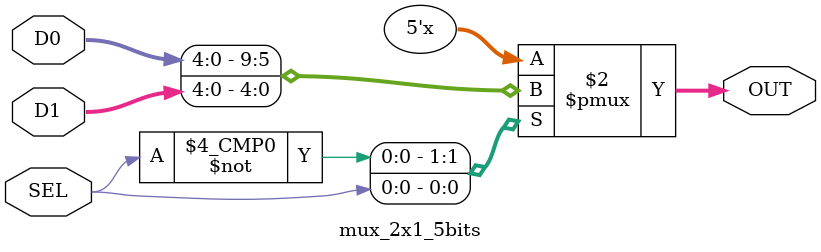
<source format=v>
module mux_2x1_5bits (
  input   	[4:0]   D0,
  input   	[4:0]   D1,
  input         	  SEL,
  output reg [4:0]   OUT
);

always @(*) begin
    case (SEL)
        1'b0:    OUT = D0;
        1'b1:    OUT = D1;
        default:  OUT = 5'b11111; // saida em 1
    endcase
end

endmodule
</source>
